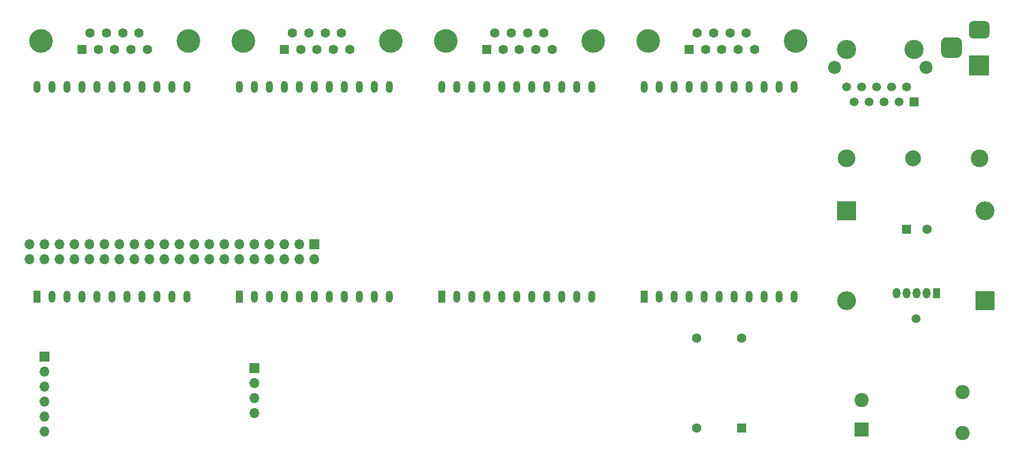
<source format=gbs>
%TF.GenerationSoftware,KiCad,Pcbnew,(5.1.10)-1*%
%TF.CreationDate,2021-05-31T17:59:25+02:00*%
%TF.ProjectId,pimoco,70696d6f-636f-42e6-9b69-6361645f7063,rev?*%
%TF.SameCoordinates,Original*%
%TF.FileFunction,Soldermask,Bot*%
%TF.FilePolarity,Negative*%
%FSLAX46Y46*%
G04 Gerber Fmt 4.6, Leading zero omitted, Abs format (unit mm)*
G04 Created by KiCad (PCBNEW (5.1.10)-1) date 2021-05-31 17:59:25*
%MOMM*%
%LPD*%
G01*
G04 APERTURE LIST*
%ADD10O,1.200000X2.000000*%
%ADD11R,1.200000X2.000000*%
%ADD12C,1.500000*%
%ADD13R,1.600000X1.600000*%
%ADD14C,1.600000*%
%ADD15R,3.500000X3.500000*%
%ADD16O,1.700000X1.700000*%
%ADD17R,1.700000X1.700000*%
%ADD18R,2.400000X2.400000*%
%ADD19C,2.400000*%
%ADD20R,3.200000X3.200000*%
%ADD21O,3.200000X3.200000*%
%ADD22C,3.000000*%
%ADD23C,2.700000*%
%ADD24R,1.275000X1.800000*%
%ADD25O,1.275000X1.800000*%
%ADD26C,4.000000*%
%ADD27R,1.500000X1.500000*%
%ADD28C,2.200000*%
%ADD29C,3.250000*%
G04 APERTURE END LIST*
D10*
%TO.C,U1*%
X161925000Y-113665000D03*
X161925000Y-78105000D03*
X159385000Y-113665000D03*
X159385000Y-78105000D03*
X156845000Y-113665000D03*
X156845000Y-78105000D03*
X154305000Y-113665000D03*
X154305000Y-78105000D03*
X151765000Y-113665000D03*
X151765000Y-78105000D03*
X149225000Y-113665000D03*
X149225000Y-78105000D03*
X146685000Y-113665000D03*
X146685000Y-78105000D03*
X144145000Y-113665000D03*
X144145000Y-78105000D03*
X141605000Y-113665000D03*
X141605000Y-78105000D03*
X139065000Y-113665000D03*
X139065000Y-78105000D03*
D11*
X136525000Y-113665000D03*
D10*
X136525000Y-78105000D03*
%TD*%
%TO.C,U3*%
X93345000Y-113665000D03*
X93345000Y-78105000D03*
X90805000Y-113665000D03*
X90805000Y-78105000D03*
X88265000Y-113665000D03*
X88265000Y-78105000D03*
X85725000Y-113665000D03*
X85725000Y-78105000D03*
X83185000Y-113665000D03*
X83185000Y-78105000D03*
X80645000Y-113665000D03*
X80645000Y-78105000D03*
X78105000Y-113665000D03*
X78105000Y-78105000D03*
X75565000Y-113665000D03*
X75565000Y-78105000D03*
X73025000Y-113665000D03*
X73025000Y-78105000D03*
X70485000Y-113665000D03*
X70485000Y-78105000D03*
D11*
X67945000Y-113665000D03*
D10*
X67945000Y-78105000D03*
%TD*%
%TO.C,U2*%
X127635000Y-113665000D03*
X127635000Y-78105000D03*
X125095000Y-113665000D03*
X125095000Y-78105000D03*
X122555000Y-113665000D03*
X122555000Y-78105000D03*
X120015000Y-113665000D03*
X120015000Y-78105000D03*
X117475000Y-113665000D03*
X117475000Y-78105000D03*
X114935000Y-113665000D03*
X114935000Y-78105000D03*
X112395000Y-113665000D03*
X112395000Y-78105000D03*
X109855000Y-113665000D03*
X109855000Y-78105000D03*
X107315000Y-113665000D03*
X107315000Y-78105000D03*
X104775000Y-113665000D03*
X104775000Y-78105000D03*
D11*
X102235000Y-113665000D03*
D10*
X102235000Y-78105000D03*
%TD*%
%TO.C,U0*%
X196215000Y-113665000D03*
X196215000Y-78105000D03*
X193675000Y-113665000D03*
X193675000Y-78105000D03*
X191135000Y-113665000D03*
X191135000Y-78105000D03*
X188595000Y-113665000D03*
X188595000Y-78105000D03*
X186055000Y-113665000D03*
X186055000Y-78105000D03*
X183515000Y-113665000D03*
X183515000Y-78105000D03*
X180975000Y-113665000D03*
X180975000Y-78105000D03*
X178435000Y-113665000D03*
X178435000Y-78105000D03*
X175895000Y-113665000D03*
X175895000Y-78105000D03*
X173355000Y-113665000D03*
X173355000Y-78105000D03*
D11*
X170815000Y-113665000D03*
D10*
X170815000Y-78105000D03*
%TD*%
D12*
%TO.C,HS1*%
X216916000Y-117348000D03*
%TD*%
D13*
%TO.C,X1*%
X187325000Y-135890000D03*
D14*
X179705000Y-135890000D03*
X179705000Y-120650000D03*
X187325000Y-120650000D03*
%TD*%
D15*
%TO.C,J5*%
X227584000Y-74422000D03*
G36*
G01*
X226584000Y-66922000D02*
X228584000Y-66922000D01*
G75*
G02*
X229334000Y-67672000I0J-750000D01*
G01*
X229334000Y-69172000D01*
G75*
G02*
X228584000Y-69922000I-750000J0D01*
G01*
X226584000Y-69922000D01*
G75*
G02*
X225834000Y-69172000I0J750000D01*
G01*
X225834000Y-67672000D01*
G75*
G02*
X226584000Y-66922000I750000J0D01*
G01*
G37*
G36*
G01*
X222009000Y-69672000D02*
X223759000Y-69672000D01*
G75*
G02*
X224634000Y-70547000I0J-875000D01*
G01*
X224634000Y-72297000D01*
G75*
G02*
X223759000Y-73172000I-875000J0D01*
G01*
X222009000Y-73172000D01*
G75*
G02*
X221134000Y-72297000I0J875000D01*
G01*
X221134000Y-70547000D01*
G75*
G02*
X222009000Y-69672000I875000J0D01*
G01*
G37*
%TD*%
D16*
%TO.C,J6*%
X66675000Y-107315000D03*
X66675000Y-104775000D03*
X69215000Y-107315000D03*
X69215000Y-104775000D03*
X71755000Y-107315000D03*
X71755000Y-104775000D03*
X74295000Y-107315000D03*
X74295000Y-104775000D03*
X76835000Y-107315000D03*
X76835000Y-104775000D03*
X79375000Y-107315000D03*
X79375000Y-104775000D03*
X81915000Y-107315000D03*
X81915000Y-104775000D03*
X84455000Y-107315000D03*
X84455000Y-104775000D03*
X86995000Y-107315000D03*
X86995000Y-104775000D03*
X89535000Y-107315000D03*
X89535000Y-104775000D03*
X92075000Y-107315000D03*
X92075000Y-104775000D03*
X94615000Y-107315000D03*
X94615000Y-104775000D03*
X97155000Y-107315000D03*
X97155000Y-104775000D03*
X99695000Y-107315000D03*
X99695000Y-104775000D03*
X102235000Y-107315000D03*
X102235000Y-104775000D03*
X104775000Y-107315000D03*
X104775000Y-104775000D03*
X107315000Y-107315000D03*
X107315000Y-104775000D03*
X109855000Y-107315000D03*
X109855000Y-104775000D03*
X112395000Y-107315000D03*
X112395000Y-104775000D03*
X114935000Y-107315000D03*
D17*
X114935000Y-104775000D03*
%TD*%
D18*
%TO.C,C2*%
X207645000Y-136144000D03*
D19*
X207645000Y-131144000D03*
%TD*%
D13*
%TO.C,C1*%
X215265000Y-102235000D03*
D14*
X218765000Y-102235000D03*
%TD*%
D20*
%TO.C,D2*%
X228600000Y-114300000D03*
D21*
X228600000Y-99060000D03*
%TD*%
D22*
%TO.C,F1*%
X205105000Y-90170000D03*
X227605000Y-90170000D03*
D23*
X216355000Y-90170000D03*
%TD*%
D19*
%TO.C,L1*%
X224790000Y-129794000D03*
X224790000Y-136794000D03*
%TD*%
D24*
%TO.C,U6*%
X220345000Y-113030000D03*
D25*
X218645000Y-113030000D03*
X216945000Y-113030000D03*
X215245000Y-113030000D03*
X213545000Y-113030000D03*
%TD*%
D13*
%TO.C,J0*%
X178435000Y-71755000D03*
D14*
X181205000Y-71755000D03*
X183975000Y-71755000D03*
X186745000Y-71755000D03*
X189515000Y-71755000D03*
X179820000Y-68915000D03*
X182590000Y-68915000D03*
X185360000Y-68915000D03*
X188130000Y-68915000D03*
D26*
X196475000Y-70335000D03*
X171475000Y-70335000D03*
%TD*%
%TO.C,J1*%
X137185000Y-70335000D03*
X162185000Y-70335000D03*
D14*
X153840000Y-68915000D03*
X151070000Y-68915000D03*
X148300000Y-68915000D03*
X145530000Y-68915000D03*
X155225000Y-71755000D03*
X152455000Y-71755000D03*
X149685000Y-71755000D03*
X146915000Y-71755000D03*
D13*
X144145000Y-71755000D03*
%TD*%
D26*
%TO.C,J2*%
X102895000Y-70335000D03*
X127895000Y-70335000D03*
D14*
X119550000Y-68915000D03*
X116780000Y-68915000D03*
X114010000Y-68915000D03*
X111240000Y-68915000D03*
X120935000Y-71755000D03*
X118165000Y-71755000D03*
X115395000Y-71755000D03*
X112625000Y-71755000D03*
D13*
X109855000Y-71755000D03*
%TD*%
%TO.C,J3*%
X75565000Y-71755000D03*
D14*
X78335000Y-71755000D03*
X81105000Y-71755000D03*
X83875000Y-71755000D03*
X86645000Y-71755000D03*
X76950000Y-68915000D03*
X79720000Y-68915000D03*
X82490000Y-68915000D03*
X85260000Y-68915000D03*
D26*
X93605000Y-70335000D03*
X68605000Y-70335000D03*
%TD*%
D17*
%TO.C,U5*%
X104775000Y-125730000D03*
D16*
X104775000Y-128270000D03*
X104775000Y-130810000D03*
X104775000Y-133350000D03*
%TD*%
D17*
%TO.C,U4*%
X69215000Y-123825000D03*
D16*
X69215000Y-126365000D03*
X69215000Y-128905000D03*
X69215000Y-131445000D03*
X69215000Y-133985000D03*
X69215000Y-136525000D03*
%TD*%
D20*
%TO.C,D1*%
X205105000Y-99060000D03*
D21*
X205105000Y-114300000D03*
%TD*%
D27*
%TO.C,J4*%
X216535000Y-80645000D03*
D12*
X213995000Y-80645000D03*
X211455000Y-80645000D03*
X208915000Y-80645000D03*
X206375000Y-80645000D03*
X215265000Y-78105000D03*
X212725000Y-78105000D03*
X210185000Y-78105000D03*
X207645000Y-78105000D03*
D28*
X218565000Y-74805000D03*
D29*
X216535000Y-71755000D03*
X205105000Y-71755000D03*
D28*
X203075000Y-74805000D03*
D12*
X205105000Y-78105000D03*
%TD*%
M02*

</source>
